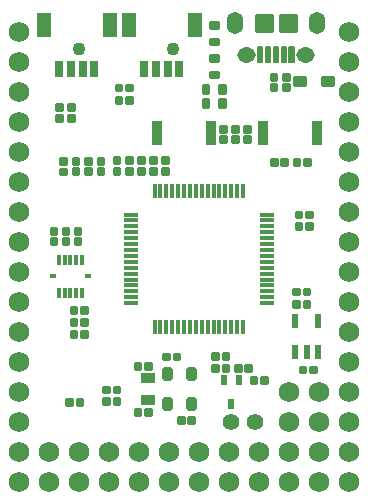
<source format=gbr>
G04 EAGLE Gerber RS-274X export*
G75*
%MOMM*%
%FSLAX34Y34*%
%LPD*%
%INSoldermask Top*%
%IPPOS*%
%AMOC8*
5,1,8,0,0,1.08239X$1,22.5*%
G01*
%ADD10C,0.419859*%
%ADD11C,0.297525*%
%ADD12C,0.257809*%
%ADD13R,0.401600X1.301600*%
%ADD14R,1.301600X0.401600*%
%ADD15C,1.101600*%
%ADD16C,1.752600*%
%ADD17C,1.409600*%
%ADD18C,0.142238*%
%ADD19C,0.260094*%
%ADD20C,1.309600*%
%ADD21C,1.371600*%
%ADD22R,0.701600X1.451600*%
%ADD23R,1.301600X2.101600*%
%ADD24R,0.971600X2.101600*%
%ADD25R,0.601600X0.901600*%
%ADD26R,0.351600X0.901600*%
%ADD27R,0.601600X0.351600*%
%ADD28R,0.501600X1.301600*%
%ADD29C,0.544828*%
%ADD30R,1.301600X0.901600*%


D10*
X269739Y198904D02*
X272907Y198904D01*
X272907Y195736D01*
X269739Y195736D01*
X269739Y198904D01*
X264017Y198904D02*
X260849Y198904D01*
X264017Y198904D02*
X264017Y195736D01*
X260849Y195736D01*
X260849Y198904D01*
X302251Y186084D02*
X305419Y186084D01*
X302251Y186084D02*
X302251Y189252D01*
X305419Y189252D01*
X305419Y186084D01*
X311141Y186084D02*
X314309Y186084D01*
X311141Y186084D02*
X311141Y189252D01*
X314309Y189252D01*
X314309Y186084D01*
X239887Y187608D02*
X236719Y187608D01*
X236719Y190776D01*
X239887Y190776D01*
X239887Y187608D01*
X245609Y187608D02*
X248777Y187608D01*
X245609Y187608D02*
X245609Y190776D01*
X248777Y190776D01*
X248777Y187608D01*
X239887Y148492D02*
X236719Y148492D01*
X236719Y151660D01*
X239887Y151660D01*
X239887Y148492D01*
X245609Y148492D02*
X248777Y148492D01*
X245609Y148492D02*
X245609Y151660D01*
X248777Y151660D01*
X248777Y148492D01*
X380229Y363750D02*
X383397Y363750D01*
X383397Y360582D01*
X380229Y360582D01*
X380229Y363750D01*
X374507Y363750D02*
X371339Y363750D01*
X374507Y363750D02*
X374507Y360582D01*
X371339Y360582D01*
X371339Y363750D01*
X185785Y234852D02*
X182617Y234852D01*
X182617Y238020D01*
X185785Y238020D01*
X185785Y234852D01*
X191507Y234852D02*
X194675Y234852D01*
X191507Y234852D02*
X191507Y238020D01*
X194675Y238020D01*
X194675Y234852D01*
X186046Y302035D02*
X186046Y305203D01*
X189214Y305203D01*
X189214Y302035D01*
X186046Y302035D01*
X186046Y296313D02*
X186046Y293145D01*
X186046Y296313D02*
X189214Y296313D01*
X189214Y293145D01*
X186046Y293145D01*
X219066Y361725D02*
X219066Y364893D01*
X222234Y364893D01*
X222234Y361725D01*
X219066Y361725D01*
X219066Y356003D02*
X219066Y352835D01*
X219066Y356003D02*
X222234Y356003D01*
X222234Y352835D01*
X219066Y352835D01*
X376419Y184560D02*
X379587Y184560D01*
X376419Y184560D02*
X376419Y187728D01*
X379587Y187728D01*
X379587Y184560D01*
X385309Y184560D02*
X388477Y184560D01*
X385309Y184560D02*
X385309Y187728D01*
X388477Y187728D01*
X388477Y184560D01*
X382889Y243354D02*
X379721Y243354D01*
X382889Y243354D02*
X382889Y240186D01*
X379721Y240186D01*
X379721Y243354D01*
X373999Y243354D02*
X370831Y243354D01*
X373999Y243354D02*
X373999Y240186D01*
X370831Y240186D01*
X370831Y243354D01*
X382007Y309140D02*
X385175Y309140D01*
X385175Y305972D01*
X382007Y305972D01*
X382007Y309140D01*
X376285Y309140D02*
X373117Y309140D01*
X376285Y309140D02*
X376285Y305972D01*
X373117Y305972D01*
X373117Y309140D01*
X276463Y141888D02*
X273295Y141888D01*
X273295Y145056D01*
X276463Y145056D01*
X276463Y141888D01*
X282185Y141888D02*
X285353Y141888D01*
X282185Y141888D02*
X282185Y145056D01*
X285353Y145056D01*
X285353Y141888D01*
X249800Y361725D02*
X249800Y364893D01*
X252968Y364893D01*
X252968Y361725D01*
X249800Y361725D01*
X249800Y356003D02*
X249800Y352835D01*
X249800Y356003D02*
X252968Y356003D01*
X252968Y352835D01*
X249800Y352835D01*
X229480Y361725D02*
X229480Y364893D01*
X232648Y364893D01*
X232648Y361725D01*
X229480Y361725D01*
X229480Y356003D02*
X229480Y352835D01*
X229480Y356003D02*
X232648Y356003D01*
X232648Y352835D01*
X229480Y352835D01*
X382007Y319046D02*
X385175Y319046D01*
X385175Y315878D01*
X382007Y315878D01*
X382007Y319046D01*
X376285Y319046D02*
X373117Y319046D01*
X376285Y319046D02*
X376285Y315878D01*
X373117Y315878D01*
X373117Y319046D01*
X379721Y253768D02*
X382889Y253768D01*
X382889Y250600D01*
X379721Y250600D01*
X379721Y253768D01*
X373999Y253768D02*
X370831Y253768D01*
X373999Y253768D02*
X373999Y250600D01*
X370831Y250600D01*
X370831Y253768D01*
X185785Y224692D02*
X182617Y224692D01*
X182617Y227860D01*
X185785Y227860D01*
X185785Y224692D01*
X191507Y224692D02*
X194675Y224692D01*
X191507Y224692D02*
X191507Y227860D01*
X194675Y227860D01*
X194675Y224692D01*
X185785Y214532D02*
X182617Y214532D01*
X182617Y217700D01*
X185785Y217700D01*
X185785Y214532D01*
X191507Y214532D02*
X194675Y214532D01*
X191507Y214532D02*
X191507Y217700D01*
X194675Y217700D01*
X194675Y214532D01*
X218939Y170964D02*
X222107Y170964D01*
X222107Y167796D01*
X218939Y167796D01*
X218939Y170964D01*
X213217Y170964D02*
X210049Y170964D01*
X213217Y170964D02*
X213217Y167796D01*
X210049Y167796D01*
X210049Y170964D01*
X302251Y196244D02*
X305419Y196244D01*
X302251Y196244D02*
X302251Y199412D01*
X305419Y199412D01*
X305419Y196244D01*
X311141Y196244D02*
X314309Y196244D01*
X311141Y196244D02*
X311141Y199412D01*
X314309Y199412D01*
X314309Y196244D01*
D11*
X371761Y427217D02*
X379803Y427217D01*
X371761Y427217D02*
X371761Y433259D01*
X379803Y433259D01*
X379803Y427217D01*
X379803Y430043D02*
X371761Y430043D01*
X371761Y432869D02*
X379803Y432869D01*
X395761Y427217D02*
X403803Y427217D01*
X395761Y427217D02*
X395761Y433259D01*
X403803Y433259D01*
X403803Y427217D01*
X403803Y430043D02*
X395761Y430043D01*
X395761Y432869D02*
X403803Y432869D01*
D12*
X298355Y408477D02*
X293567Y408477D01*
X293567Y414915D01*
X298355Y414915D01*
X298355Y408477D01*
X298355Y410926D02*
X293567Y410926D01*
X293567Y413375D02*
X298355Y413375D01*
X307537Y408477D02*
X312325Y408477D01*
X307537Y408477D02*
X307537Y414915D01*
X312325Y414915D01*
X312325Y408477D01*
X312325Y410926D02*
X307537Y410926D01*
X307537Y413375D02*
X312325Y413375D01*
X298355Y420669D02*
X293567Y420669D01*
X293567Y427107D01*
X298355Y427107D01*
X298355Y420669D01*
X298355Y423118D02*
X293567Y423118D01*
X293567Y425567D02*
X298355Y425567D01*
X307537Y420669D02*
X312325Y420669D01*
X307537Y420669D02*
X307537Y427107D01*
X312325Y427107D01*
X312325Y420669D01*
X312325Y423118D02*
X307537Y423118D01*
X307537Y425567D02*
X312325Y425567D01*
X299727Y447529D02*
X299727Y452317D01*
X306165Y452317D01*
X306165Y447529D01*
X299727Y447529D01*
X299727Y449978D02*
X306165Y449978D01*
X299727Y438347D02*
X299727Y433559D01*
X299727Y438347D02*
X306165Y438347D01*
X306165Y433559D01*
X299727Y433559D01*
X299727Y436008D02*
X306165Y436008D01*
X306165Y461499D02*
X306165Y466287D01*
X306165Y461499D02*
X299727Y461499D01*
X299727Y466287D01*
X306165Y466287D01*
X306165Y463948D02*
X299727Y463948D01*
X306165Y475469D02*
X306165Y480257D01*
X306165Y475469D02*
X299727Y475469D01*
X299727Y480257D01*
X306165Y480257D01*
X306165Y477918D02*
X299727Y477918D01*
D13*
X252746Y222370D03*
X257746Y222370D03*
X262746Y222370D03*
X267746Y222370D03*
X272746Y222370D03*
X277746Y222370D03*
X282746Y222370D03*
X287746Y222370D03*
X292746Y222370D03*
X297746Y222370D03*
X302746Y222370D03*
X307746Y222370D03*
X312746Y222370D03*
X317746Y222370D03*
X322746Y222370D03*
X327746Y222370D03*
D14*
X347746Y242370D03*
X347746Y247370D03*
X347746Y252370D03*
X347746Y257370D03*
X347746Y262370D03*
X347746Y267370D03*
X347746Y272370D03*
X347746Y277370D03*
X347746Y282370D03*
X347746Y287370D03*
X347746Y292370D03*
X347746Y297370D03*
X347746Y302370D03*
X347746Y307370D03*
X347746Y312370D03*
X347746Y317370D03*
D13*
X327746Y337370D03*
X322746Y337370D03*
X317746Y337370D03*
X312746Y337370D03*
X307746Y337370D03*
X302746Y337370D03*
X297746Y337370D03*
X292746Y337370D03*
X287746Y337370D03*
X282746Y337370D03*
X277746Y337370D03*
X272746Y337370D03*
X267746Y337370D03*
X262746Y337370D03*
X257746Y337370D03*
X252746Y337370D03*
D14*
X232746Y317370D03*
X232746Y312370D03*
X232746Y307370D03*
X232746Y302370D03*
X232746Y297370D03*
X232746Y292370D03*
X232746Y287370D03*
X232746Y282370D03*
X232746Y277370D03*
X232746Y272370D03*
X232746Y267370D03*
X232746Y262370D03*
X232746Y257370D03*
X232746Y252370D03*
X232746Y247370D03*
X232746Y242370D03*
D15*
X188906Y457606D03*
X268706Y457606D03*
D16*
X417500Y91275D03*
X417500Y116675D03*
X417500Y142075D03*
X417500Y167475D03*
X417500Y192875D03*
X417500Y218275D03*
X417500Y243675D03*
X417500Y269075D03*
X366700Y91275D03*
X366700Y116675D03*
X366700Y142075D03*
X366700Y167475D03*
X392100Y167475D03*
X392100Y142075D03*
X392100Y116675D03*
X392100Y91275D03*
D17*
X337584Y141948D03*
X317584Y141948D03*
D18*
X366903Y459372D02*
X370561Y459372D01*
X370561Y446316D01*
X366903Y446316D01*
X366903Y459372D01*
X366903Y447667D02*
X370561Y447667D01*
X370561Y449018D02*
X366903Y449018D01*
X366903Y450369D02*
X370561Y450369D01*
X370561Y451720D02*
X366903Y451720D01*
X366903Y453071D02*
X370561Y453071D01*
X370561Y454422D02*
X366903Y454422D01*
X366903Y455773D02*
X370561Y455773D01*
X370561Y457124D02*
X366903Y457124D01*
X366903Y458475D02*
X370561Y458475D01*
X363957Y459372D02*
X360299Y459372D01*
X363957Y459372D02*
X363957Y446316D01*
X360299Y446316D01*
X360299Y459372D01*
X360299Y447667D02*
X363957Y447667D01*
X363957Y449018D02*
X360299Y449018D01*
X360299Y450369D02*
X363957Y450369D01*
X363957Y451720D02*
X360299Y451720D01*
X360299Y453071D02*
X363957Y453071D01*
X363957Y454422D02*
X360299Y454422D01*
X360299Y455773D02*
X363957Y455773D01*
X363957Y457124D02*
X360299Y457124D01*
X360299Y458475D02*
X363957Y458475D01*
X357353Y459372D02*
X353695Y459372D01*
X357353Y459372D02*
X357353Y446316D01*
X353695Y446316D01*
X353695Y459372D01*
X353695Y447667D02*
X357353Y447667D01*
X357353Y449018D02*
X353695Y449018D01*
X353695Y450369D02*
X357353Y450369D01*
X357353Y451720D02*
X353695Y451720D01*
X353695Y453071D02*
X357353Y453071D01*
X357353Y454422D02*
X353695Y454422D01*
X353695Y455773D02*
X357353Y455773D01*
X357353Y457124D02*
X353695Y457124D01*
X353695Y458475D02*
X357353Y458475D01*
X350749Y459372D02*
X347091Y459372D01*
X350749Y459372D02*
X350749Y446316D01*
X347091Y446316D01*
X347091Y459372D01*
X347091Y447667D02*
X350749Y447667D01*
X350749Y449018D02*
X347091Y449018D01*
X347091Y450369D02*
X350749Y450369D01*
X350749Y451720D02*
X347091Y451720D01*
X347091Y453071D02*
X350749Y453071D01*
X350749Y454422D02*
X347091Y454422D01*
X347091Y455773D02*
X350749Y455773D01*
X350749Y457124D02*
X347091Y457124D01*
X347091Y458475D02*
X350749Y458475D01*
X344145Y459372D02*
X340487Y459372D01*
X344145Y459372D02*
X344145Y446316D01*
X340487Y446316D01*
X340487Y459372D01*
X340487Y447667D02*
X344145Y447667D01*
X344145Y449018D02*
X340487Y449018D01*
X340487Y450369D02*
X344145Y450369D01*
X344145Y451720D02*
X340487Y451720D01*
X340487Y453071D02*
X344145Y453071D01*
X344145Y454422D02*
X340487Y454422D01*
X340487Y455773D02*
X344145Y455773D01*
X344145Y457124D02*
X340487Y457124D01*
X340487Y458475D02*
X344145Y458475D01*
D19*
X358856Y486596D02*
X372512Y486596D01*
X372512Y472940D01*
X358856Y472940D01*
X358856Y486596D01*
X358856Y475411D02*
X372512Y475411D01*
X372512Y477882D02*
X358856Y477882D01*
X358856Y480353D02*
X372512Y480353D01*
X372512Y482824D02*
X358856Y482824D01*
X358856Y485295D02*
X372512Y485295D01*
X352192Y486596D02*
X338536Y486596D01*
X352192Y486596D02*
X352192Y472940D01*
X338536Y472940D01*
X338536Y486596D01*
X338536Y475411D02*
X352192Y475411D01*
X352192Y477882D02*
X338536Y477882D01*
X338536Y480353D02*
X352192Y480353D01*
X352192Y482824D02*
X338536Y482824D01*
X338536Y485295D02*
X352192Y485295D01*
D20*
X381686Y452844D03*
X379146Y452844D03*
X380416Y452844D03*
X331902Y452844D03*
X329362Y452844D03*
X330886Y452844D03*
D21*
X390576Y477228D03*
X320472Y477228D03*
X390576Y482308D03*
X390576Y480022D03*
X320472Y482308D03*
X320472Y479768D03*
D16*
X138100Y472275D03*
X138100Y446875D03*
X138100Y421475D03*
X138100Y396075D03*
X138100Y370675D03*
X138100Y345275D03*
X138100Y319875D03*
X138100Y294475D03*
D22*
X273750Y440779D03*
X263750Y440779D03*
X253750Y440779D03*
X243750Y440779D03*
D23*
X230750Y477529D03*
X286750Y477529D03*
D22*
X201900Y440779D03*
X191900Y440779D03*
X181900Y440779D03*
X171900Y440779D03*
D23*
X158900Y477529D03*
X214900Y477529D03*
D16*
X138100Y269075D03*
X138100Y243675D03*
X138100Y218275D03*
X138100Y192875D03*
X138100Y167475D03*
X138100Y142075D03*
X138100Y116675D03*
X138100Y91275D03*
X163500Y116675D03*
X188900Y116675D03*
X214300Y116675D03*
X239700Y116675D03*
X265100Y116675D03*
X290500Y116675D03*
X315900Y116675D03*
X341300Y116675D03*
X163500Y91275D03*
X188900Y91275D03*
X214300Y91275D03*
X239700Y91275D03*
X265100Y91275D03*
X290500Y91275D03*
X315900Y91275D03*
X341300Y91275D03*
X417500Y294475D03*
X417500Y319875D03*
X417500Y345275D03*
X417500Y370675D03*
X417500Y396075D03*
X417500Y421475D03*
X417500Y446875D03*
X417500Y472275D03*
D24*
X344208Y386550D03*
X390208Y386550D03*
X254546Y386550D03*
X300546Y386550D03*
D10*
X330445Y189252D02*
X333613Y189252D01*
X333613Y186084D01*
X330445Y186084D01*
X330445Y189252D01*
X324723Y189252D02*
X321555Y189252D01*
X324723Y189252D02*
X324723Y186084D01*
X321555Y186084D01*
X321555Y189252D01*
D25*
X324178Y177286D03*
X311178Y177286D03*
X317678Y157286D03*
D10*
X362576Y432591D02*
X362576Y435759D01*
X365744Y435759D01*
X365744Y432591D01*
X362576Y432591D01*
X362576Y426869D02*
X362576Y423701D01*
X362576Y426869D02*
X365744Y426869D01*
X365744Y423701D01*
X362576Y423701D01*
X329556Y391563D02*
X329556Y388395D01*
X329556Y391563D02*
X332724Y391563D01*
X332724Y388395D01*
X329556Y388395D01*
X329556Y382673D02*
X329556Y379505D01*
X329556Y382673D02*
X332724Y382673D01*
X332724Y379505D01*
X329556Y379505D01*
X232775Y416074D02*
X229607Y416074D01*
X232775Y416074D02*
X232775Y412906D01*
X229607Y412906D01*
X229607Y416074D01*
X223885Y416074D02*
X220717Y416074D01*
X223885Y416074D02*
X223885Y412906D01*
X220717Y412906D01*
X220717Y416074D01*
X229607Y426488D02*
X232775Y426488D01*
X232775Y423320D01*
X229607Y423320D01*
X229607Y426488D01*
X223885Y426488D02*
X220717Y426488D01*
X223885Y426488D02*
X223885Y423320D01*
X220717Y423320D01*
X220717Y426488D01*
X239640Y364893D02*
X239640Y361725D01*
X239640Y364893D02*
X242808Y364893D01*
X242808Y361725D01*
X239640Y361725D01*
X239640Y356003D02*
X239640Y352835D01*
X239640Y356003D02*
X242808Y356003D01*
X242808Y352835D01*
X239640Y352835D01*
X175886Y305203D02*
X175886Y302035D01*
X175886Y305203D02*
X179054Y305203D01*
X179054Y302035D01*
X175886Y302035D01*
X175886Y296313D02*
X175886Y293145D01*
X175886Y296313D02*
X179054Y296313D01*
X179054Y293145D01*
X175886Y293145D01*
X178807Y157128D02*
X181975Y157128D01*
X178807Y157128D02*
X178807Y160296D01*
X181975Y160296D01*
X181975Y157128D01*
X187697Y157128D02*
X190865Y157128D01*
X187697Y157128D02*
X187697Y160296D01*
X190865Y160296D01*
X190865Y157128D01*
X319396Y388395D02*
X319396Y391563D01*
X322564Y391563D01*
X322564Y388395D01*
X319396Y388395D01*
X319396Y382673D02*
X319396Y379505D01*
X319396Y382673D02*
X322564Y382673D01*
X322564Y379505D01*
X319396Y379505D01*
X173854Y364385D02*
X173854Y361217D01*
X173854Y364385D02*
X177022Y364385D01*
X177022Y361217D01*
X173854Y361217D01*
X173854Y355495D02*
X173854Y352327D01*
X173854Y355495D02*
X177022Y355495D01*
X177022Y352327D01*
X173854Y352327D01*
X335017Y175670D02*
X338185Y175670D01*
X335017Y175670D02*
X335017Y178838D01*
X338185Y178838D01*
X338185Y175670D01*
X343907Y175670D02*
X347075Y175670D01*
X343907Y175670D02*
X343907Y178838D01*
X347075Y178838D01*
X347075Y175670D01*
X222107Y161058D02*
X218939Y161058D01*
X222107Y161058D02*
X222107Y157890D01*
X218939Y157890D01*
X218939Y161058D01*
X213217Y161058D02*
X210049Y161058D01*
X213217Y161058D02*
X213217Y157890D01*
X210049Y157890D01*
X210049Y161058D01*
X351908Y432591D02*
X351908Y435759D01*
X355076Y435759D01*
X355076Y432591D01*
X351908Y432591D01*
X351908Y426869D02*
X351908Y423701D01*
X351908Y426869D02*
X355076Y426869D01*
X355076Y423701D01*
X351908Y423701D01*
X165726Y305203D02*
X165726Y302035D01*
X165726Y305203D02*
X168894Y305203D01*
X168894Y302035D01*
X165726Y302035D01*
X165726Y296313D02*
X165726Y293145D01*
X165726Y296313D02*
X168894Y296313D01*
X168894Y293145D01*
X165726Y293145D01*
X360925Y363750D02*
X364093Y363750D01*
X364093Y360582D01*
X360925Y360582D01*
X360925Y363750D01*
X355203Y363750D02*
X352035Y363750D01*
X355203Y363750D02*
X355203Y360582D01*
X352035Y360582D01*
X352035Y363750D01*
X263128Y356003D02*
X263128Y352835D01*
X259960Y352835D01*
X259960Y356003D01*
X263128Y356003D01*
X263128Y361725D02*
X263128Y364893D01*
X263128Y361725D02*
X259960Y361725D01*
X259960Y364893D01*
X263128Y364893D01*
X187436Y355749D02*
X187436Y352581D01*
X184268Y352581D01*
X184268Y355749D01*
X187436Y355749D01*
X187436Y361471D02*
X187436Y364639D01*
X187436Y361471D02*
X184268Y361471D01*
X184268Y364639D01*
X187436Y364639D01*
X208518Y355749D02*
X208518Y352581D01*
X205350Y352581D01*
X205350Y355749D01*
X208518Y355749D01*
X208518Y361471D02*
X208518Y364639D01*
X208518Y361471D02*
X205350Y361471D01*
X205350Y364639D01*
X208518Y364639D01*
X197850Y355749D02*
X197850Y352581D01*
X194682Y352581D01*
X194682Y355749D01*
X197850Y355749D01*
X197850Y361471D02*
X197850Y364639D01*
X197850Y361471D02*
X194682Y361471D01*
X194682Y364639D01*
X197850Y364639D01*
X180458Y406683D02*
X180458Y409851D01*
X183626Y409851D01*
X183626Y406683D01*
X180458Y406683D01*
X180458Y400961D02*
X180458Y397793D01*
X180458Y400961D02*
X183626Y400961D01*
X183626Y397793D01*
X180458Y397793D01*
X170044Y406683D02*
X170044Y409851D01*
X173212Y409851D01*
X173212Y406683D01*
X170044Y406683D01*
X170044Y400961D02*
X170044Y397793D01*
X170044Y400961D02*
X173212Y400961D01*
X173212Y397793D01*
X170044Y397793D01*
D26*
X191534Y278888D03*
X186534Y278888D03*
X181534Y278888D03*
X176534Y278888D03*
X171534Y278888D03*
X171534Y251388D03*
X176534Y251388D03*
X181534Y251388D03*
X186534Y251388D03*
X191534Y251388D03*
D27*
X166534Y265138D03*
X196534Y265138D03*
D28*
X371932Y201083D03*
X381432Y201083D03*
X390932Y201083D03*
X390932Y227085D03*
X371932Y227085D03*
D29*
X281921Y185833D02*
X281921Y178835D01*
X281921Y185833D02*
X286379Y185833D01*
X286379Y178835D01*
X281921Y178835D01*
X281921Y184011D02*
X286379Y184011D01*
X281921Y160433D02*
X281921Y153435D01*
X281921Y160433D02*
X286379Y160433D01*
X286379Y153435D01*
X281921Y153435D01*
X281921Y158611D02*
X286379Y158611D01*
X261601Y178835D02*
X261601Y185833D01*
X266059Y185833D01*
X266059Y178835D01*
X261601Y178835D01*
X261601Y184011D02*
X266059Y184011D01*
X261601Y160433D02*
X261601Y153435D01*
X261601Y160433D02*
X266059Y160433D01*
X266059Y153435D01*
X261601Y153435D01*
X261601Y158611D02*
X266059Y158611D01*
D30*
X247066Y160634D03*
X247066Y178634D03*
D10*
X312150Y379505D02*
X312150Y382673D01*
X312150Y379505D02*
X308982Y379505D01*
X308982Y382673D01*
X312150Y382673D01*
X312150Y388395D02*
X312150Y391563D01*
X312150Y388395D02*
X308982Y388395D01*
X308982Y391563D01*
X312150Y391563D01*
M02*

</source>
